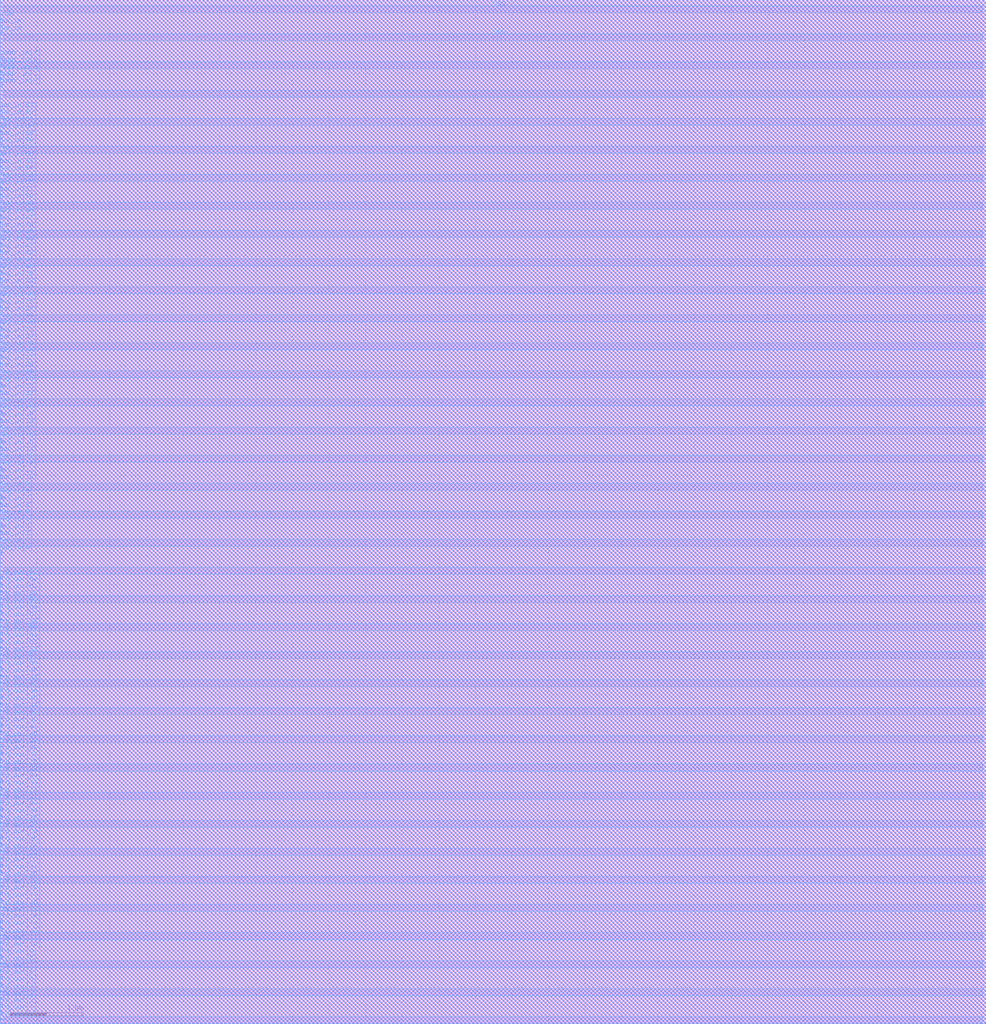
<source format=lef>
# Generated by FakeRAM 2.0
VERSION 5.7 ;
BUSBITCHARS "[]" ;
PROPERTYDEFINITIONS
  MACRO width INTEGER ;
  MACRO depth INTEGER ;
  MACRO banks INTEGER ;
END PROPERTYDEFINITIONS
MACRO sdq_17x64
  PROPERTY width 64 ;
  PROPERTY depth 17 ;
  PROPERTY banks 1 ;
  FOREIGN sdq_17x64 0 0 ;
  SYMMETRY X Y R90 ;
  SIZE 13.490 BY 14.000 ;
  CLASS BLOCK ;
  PIN rd_out[0]
    DIRECTION OUTPUT ;
    USE SIGNAL ;
    SHAPE ABUTMENT ;
    PORT
      LAYER M4 ;
      RECT 0.000 0.048 0.024 0.072 ;
    END
  END rd_out[0]
  PIN rd_out[1]
    DIRECTION OUTPUT ;
    USE SIGNAL ;
    SHAPE ABUTMENT ;
    PORT
      LAYER M4 ;
      RECT 0.000 0.144 0.024 0.168 ;
    END
  END rd_out[1]
  PIN rd_out[2]
    DIRECTION OUTPUT ;
    USE SIGNAL ;
    SHAPE ABUTMENT ;
    PORT
      LAYER M4 ;
      RECT 0.000 0.240 0.024 0.264 ;
    END
  END rd_out[2]
  PIN rd_out[3]
    DIRECTION OUTPUT ;
    USE SIGNAL ;
    SHAPE ABUTMENT ;
    PORT
      LAYER M4 ;
      RECT 0.000 0.336 0.024 0.360 ;
    END
  END rd_out[3]
  PIN rd_out[4]
    DIRECTION OUTPUT ;
    USE SIGNAL ;
    SHAPE ABUTMENT ;
    PORT
      LAYER M4 ;
      RECT 0.000 0.432 0.024 0.456 ;
    END
  END rd_out[4]
  PIN rd_out[5]
    DIRECTION OUTPUT ;
    USE SIGNAL ;
    SHAPE ABUTMENT ;
    PORT
      LAYER M4 ;
      RECT 0.000 0.528 0.024 0.552 ;
    END
  END rd_out[5]
  PIN rd_out[6]
    DIRECTION OUTPUT ;
    USE SIGNAL ;
    SHAPE ABUTMENT ;
    PORT
      LAYER M4 ;
      RECT 0.000 0.624 0.024 0.648 ;
    END
  END rd_out[6]
  PIN rd_out[7]
    DIRECTION OUTPUT ;
    USE SIGNAL ;
    SHAPE ABUTMENT ;
    PORT
      LAYER M4 ;
      RECT 0.000 0.720 0.024 0.744 ;
    END
  END rd_out[7]
  PIN rd_out[8]
    DIRECTION OUTPUT ;
    USE SIGNAL ;
    SHAPE ABUTMENT ;
    PORT
      LAYER M4 ;
      RECT 0.000 0.816 0.024 0.840 ;
    END
  END rd_out[8]
  PIN rd_out[9]
    DIRECTION OUTPUT ;
    USE SIGNAL ;
    SHAPE ABUTMENT ;
    PORT
      LAYER M4 ;
      RECT 0.000 0.912 0.024 0.936 ;
    END
  END rd_out[9]
  PIN rd_out[10]
    DIRECTION OUTPUT ;
    USE SIGNAL ;
    SHAPE ABUTMENT ;
    PORT
      LAYER M4 ;
      RECT 0.000 1.008 0.024 1.032 ;
    END
  END rd_out[10]
  PIN rd_out[11]
    DIRECTION OUTPUT ;
    USE SIGNAL ;
    SHAPE ABUTMENT ;
    PORT
      LAYER M4 ;
      RECT 0.000 1.104 0.024 1.128 ;
    END
  END rd_out[11]
  PIN rd_out[12]
    DIRECTION OUTPUT ;
    USE SIGNAL ;
    SHAPE ABUTMENT ;
    PORT
      LAYER M4 ;
      RECT 0.000 1.200 0.024 1.224 ;
    END
  END rd_out[12]
  PIN rd_out[13]
    DIRECTION OUTPUT ;
    USE SIGNAL ;
    SHAPE ABUTMENT ;
    PORT
      LAYER M4 ;
      RECT 0.000 1.296 0.024 1.320 ;
    END
  END rd_out[13]
  PIN rd_out[14]
    DIRECTION OUTPUT ;
    USE SIGNAL ;
    SHAPE ABUTMENT ;
    PORT
      LAYER M4 ;
      RECT 0.000 1.392 0.024 1.416 ;
    END
  END rd_out[14]
  PIN rd_out[15]
    DIRECTION OUTPUT ;
    USE SIGNAL ;
    SHAPE ABUTMENT ;
    PORT
      LAYER M4 ;
      RECT 0.000 1.488 0.024 1.512 ;
    END
  END rd_out[15]
  PIN rd_out[16]
    DIRECTION OUTPUT ;
    USE SIGNAL ;
    SHAPE ABUTMENT ;
    PORT
      LAYER M4 ;
      RECT 0.000 1.584 0.024 1.608 ;
    END
  END rd_out[16]
  PIN rd_out[17]
    DIRECTION OUTPUT ;
    USE SIGNAL ;
    SHAPE ABUTMENT ;
    PORT
      LAYER M4 ;
      RECT 0.000 1.680 0.024 1.704 ;
    END
  END rd_out[17]
  PIN rd_out[18]
    DIRECTION OUTPUT ;
    USE SIGNAL ;
    SHAPE ABUTMENT ;
    PORT
      LAYER M4 ;
      RECT 0.000 1.776 0.024 1.800 ;
    END
  END rd_out[18]
  PIN rd_out[19]
    DIRECTION OUTPUT ;
    USE SIGNAL ;
    SHAPE ABUTMENT ;
    PORT
      LAYER M4 ;
      RECT 0.000 1.872 0.024 1.896 ;
    END
  END rd_out[19]
  PIN rd_out[20]
    DIRECTION OUTPUT ;
    USE SIGNAL ;
    SHAPE ABUTMENT ;
    PORT
      LAYER M4 ;
      RECT 0.000 1.968 0.024 1.992 ;
    END
  END rd_out[20]
  PIN rd_out[21]
    DIRECTION OUTPUT ;
    USE SIGNAL ;
    SHAPE ABUTMENT ;
    PORT
      LAYER M4 ;
      RECT 0.000 2.064 0.024 2.088 ;
    END
  END rd_out[21]
  PIN rd_out[22]
    DIRECTION OUTPUT ;
    USE SIGNAL ;
    SHAPE ABUTMENT ;
    PORT
      LAYER M4 ;
      RECT 0.000 2.160 0.024 2.184 ;
    END
  END rd_out[22]
  PIN rd_out[23]
    DIRECTION OUTPUT ;
    USE SIGNAL ;
    SHAPE ABUTMENT ;
    PORT
      LAYER M4 ;
      RECT 0.000 2.256 0.024 2.280 ;
    END
  END rd_out[23]
  PIN rd_out[24]
    DIRECTION OUTPUT ;
    USE SIGNAL ;
    SHAPE ABUTMENT ;
    PORT
      LAYER M4 ;
      RECT 0.000 2.352 0.024 2.376 ;
    END
  END rd_out[24]
  PIN rd_out[25]
    DIRECTION OUTPUT ;
    USE SIGNAL ;
    SHAPE ABUTMENT ;
    PORT
      LAYER M4 ;
      RECT 0.000 2.448 0.024 2.472 ;
    END
  END rd_out[25]
  PIN rd_out[26]
    DIRECTION OUTPUT ;
    USE SIGNAL ;
    SHAPE ABUTMENT ;
    PORT
      LAYER M4 ;
      RECT 0.000 2.544 0.024 2.568 ;
    END
  END rd_out[26]
  PIN rd_out[27]
    DIRECTION OUTPUT ;
    USE SIGNAL ;
    SHAPE ABUTMENT ;
    PORT
      LAYER M4 ;
      RECT 0.000 2.640 0.024 2.664 ;
    END
  END rd_out[27]
  PIN rd_out[28]
    DIRECTION OUTPUT ;
    USE SIGNAL ;
    SHAPE ABUTMENT ;
    PORT
      LAYER M4 ;
      RECT 0.000 2.736 0.024 2.760 ;
    END
  END rd_out[28]
  PIN rd_out[29]
    DIRECTION OUTPUT ;
    USE SIGNAL ;
    SHAPE ABUTMENT ;
    PORT
      LAYER M4 ;
      RECT 0.000 2.832 0.024 2.856 ;
    END
  END rd_out[29]
  PIN rd_out[30]
    DIRECTION OUTPUT ;
    USE SIGNAL ;
    SHAPE ABUTMENT ;
    PORT
      LAYER M4 ;
      RECT 0.000 2.928 0.024 2.952 ;
    END
  END rd_out[30]
  PIN rd_out[31]
    DIRECTION OUTPUT ;
    USE SIGNAL ;
    SHAPE ABUTMENT ;
    PORT
      LAYER M4 ;
      RECT 0.000 3.024 0.024 3.048 ;
    END
  END rd_out[31]
  PIN rd_out[32]
    DIRECTION OUTPUT ;
    USE SIGNAL ;
    SHAPE ABUTMENT ;
    PORT
      LAYER M4 ;
      RECT 0.000 3.120 0.024 3.144 ;
    END
  END rd_out[32]
  PIN rd_out[33]
    DIRECTION OUTPUT ;
    USE SIGNAL ;
    SHAPE ABUTMENT ;
    PORT
      LAYER M4 ;
      RECT 0.000 3.216 0.024 3.240 ;
    END
  END rd_out[33]
  PIN rd_out[34]
    DIRECTION OUTPUT ;
    USE SIGNAL ;
    SHAPE ABUTMENT ;
    PORT
      LAYER M4 ;
      RECT 0.000 3.312 0.024 3.336 ;
    END
  END rd_out[34]
  PIN rd_out[35]
    DIRECTION OUTPUT ;
    USE SIGNAL ;
    SHAPE ABUTMENT ;
    PORT
      LAYER M4 ;
      RECT 0.000 3.408 0.024 3.432 ;
    END
  END rd_out[35]
  PIN rd_out[36]
    DIRECTION OUTPUT ;
    USE SIGNAL ;
    SHAPE ABUTMENT ;
    PORT
      LAYER M4 ;
      RECT 0.000 3.504 0.024 3.528 ;
    END
  END rd_out[36]
  PIN rd_out[37]
    DIRECTION OUTPUT ;
    USE SIGNAL ;
    SHAPE ABUTMENT ;
    PORT
      LAYER M4 ;
      RECT 0.000 3.600 0.024 3.624 ;
    END
  END rd_out[37]
  PIN rd_out[38]
    DIRECTION OUTPUT ;
    USE SIGNAL ;
    SHAPE ABUTMENT ;
    PORT
      LAYER M4 ;
      RECT 0.000 3.696 0.024 3.720 ;
    END
  END rd_out[38]
  PIN rd_out[39]
    DIRECTION OUTPUT ;
    USE SIGNAL ;
    SHAPE ABUTMENT ;
    PORT
      LAYER M4 ;
      RECT 0.000 3.792 0.024 3.816 ;
    END
  END rd_out[39]
  PIN rd_out[40]
    DIRECTION OUTPUT ;
    USE SIGNAL ;
    SHAPE ABUTMENT ;
    PORT
      LAYER M4 ;
      RECT 0.000 3.888 0.024 3.912 ;
    END
  END rd_out[40]
  PIN rd_out[41]
    DIRECTION OUTPUT ;
    USE SIGNAL ;
    SHAPE ABUTMENT ;
    PORT
      LAYER M4 ;
      RECT 0.000 3.984 0.024 4.008 ;
    END
  END rd_out[41]
  PIN rd_out[42]
    DIRECTION OUTPUT ;
    USE SIGNAL ;
    SHAPE ABUTMENT ;
    PORT
      LAYER M4 ;
      RECT 0.000 4.080 0.024 4.104 ;
    END
  END rd_out[42]
  PIN rd_out[43]
    DIRECTION OUTPUT ;
    USE SIGNAL ;
    SHAPE ABUTMENT ;
    PORT
      LAYER M4 ;
      RECT 0.000 4.176 0.024 4.200 ;
    END
  END rd_out[43]
  PIN rd_out[44]
    DIRECTION OUTPUT ;
    USE SIGNAL ;
    SHAPE ABUTMENT ;
    PORT
      LAYER M4 ;
      RECT 0.000 4.272 0.024 4.296 ;
    END
  END rd_out[44]
  PIN rd_out[45]
    DIRECTION OUTPUT ;
    USE SIGNAL ;
    SHAPE ABUTMENT ;
    PORT
      LAYER M4 ;
      RECT 0.000 4.368 0.024 4.392 ;
    END
  END rd_out[45]
  PIN rd_out[46]
    DIRECTION OUTPUT ;
    USE SIGNAL ;
    SHAPE ABUTMENT ;
    PORT
      LAYER M4 ;
      RECT 0.000 4.464 0.024 4.488 ;
    END
  END rd_out[46]
  PIN rd_out[47]
    DIRECTION OUTPUT ;
    USE SIGNAL ;
    SHAPE ABUTMENT ;
    PORT
      LAYER M4 ;
      RECT 0.000 4.560 0.024 4.584 ;
    END
  END rd_out[47]
  PIN rd_out[48]
    DIRECTION OUTPUT ;
    USE SIGNAL ;
    SHAPE ABUTMENT ;
    PORT
      LAYER M4 ;
      RECT 0.000 4.656 0.024 4.680 ;
    END
  END rd_out[48]
  PIN rd_out[49]
    DIRECTION OUTPUT ;
    USE SIGNAL ;
    SHAPE ABUTMENT ;
    PORT
      LAYER M4 ;
      RECT 0.000 4.752 0.024 4.776 ;
    END
  END rd_out[49]
  PIN rd_out[50]
    DIRECTION OUTPUT ;
    USE SIGNAL ;
    SHAPE ABUTMENT ;
    PORT
      LAYER M4 ;
      RECT 0.000 4.848 0.024 4.872 ;
    END
  END rd_out[50]
  PIN rd_out[51]
    DIRECTION OUTPUT ;
    USE SIGNAL ;
    SHAPE ABUTMENT ;
    PORT
      LAYER M4 ;
      RECT 0.000 4.944 0.024 4.968 ;
    END
  END rd_out[51]
  PIN rd_out[52]
    DIRECTION OUTPUT ;
    USE SIGNAL ;
    SHAPE ABUTMENT ;
    PORT
      LAYER M4 ;
      RECT 0.000 5.040 0.024 5.064 ;
    END
  END rd_out[52]
  PIN rd_out[53]
    DIRECTION OUTPUT ;
    USE SIGNAL ;
    SHAPE ABUTMENT ;
    PORT
      LAYER M4 ;
      RECT 0.000 5.136 0.024 5.160 ;
    END
  END rd_out[53]
  PIN rd_out[54]
    DIRECTION OUTPUT ;
    USE SIGNAL ;
    SHAPE ABUTMENT ;
    PORT
      LAYER M4 ;
      RECT 0.000 5.232 0.024 5.256 ;
    END
  END rd_out[54]
  PIN rd_out[55]
    DIRECTION OUTPUT ;
    USE SIGNAL ;
    SHAPE ABUTMENT ;
    PORT
      LAYER M4 ;
      RECT 0.000 5.328 0.024 5.352 ;
    END
  END rd_out[55]
  PIN rd_out[56]
    DIRECTION OUTPUT ;
    USE SIGNAL ;
    SHAPE ABUTMENT ;
    PORT
      LAYER M4 ;
      RECT 0.000 5.424 0.024 5.448 ;
    END
  END rd_out[56]
  PIN rd_out[57]
    DIRECTION OUTPUT ;
    USE SIGNAL ;
    SHAPE ABUTMENT ;
    PORT
      LAYER M4 ;
      RECT 0.000 5.520 0.024 5.544 ;
    END
  END rd_out[57]
  PIN rd_out[58]
    DIRECTION OUTPUT ;
    USE SIGNAL ;
    SHAPE ABUTMENT ;
    PORT
      LAYER M4 ;
      RECT 0.000 5.616 0.024 5.640 ;
    END
  END rd_out[58]
  PIN rd_out[59]
    DIRECTION OUTPUT ;
    USE SIGNAL ;
    SHAPE ABUTMENT ;
    PORT
      LAYER M4 ;
      RECT 0.000 5.712 0.024 5.736 ;
    END
  END rd_out[59]
  PIN rd_out[60]
    DIRECTION OUTPUT ;
    USE SIGNAL ;
    SHAPE ABUTMENT ;
    PORT
      LAYER M4 ;
      RECT 0.000 5.808 0.024 5.832 ;
    END
  END rd_out[60]
  PIN rd_out[61]
    DIRECTION OUTPUT ;
    USE SIGNAL ;
    SHAPE ABUTMENT ;
    PORT
      LAYER M4 ;
      RECT 0.000 5.904 0.024 5.928 ;
    END
  END rd_out[61]
  PIN rd_out[62]
    DIRECTION OUTPUT ;
    USE SIGNAL ;
    SHAPE ABUTMENT ;
    PORT
      LAYER M4 ;
      RECT 0.000 6.000 0.024 6.024 ;
    END
  END rd_out[62]
  PIN rd_out[63]
    DIRECTION OUTPUT ;
    USE SIGNAL ;
    SHAPE ABUTMENT ;
    PORT
      LAYER M4 ;
      RECT 0.000 6.096 0.024 6.120 ;
    END
  END rd_out[63]
  PIN wd_in[0]
    DIRECTION INPUT ;
    USE SIGNAL ;
    SHAPE ABUTMENT ;
    PORT
      LAYER M4 ;
      RECT 0.000 6.432 0.024 6.456 ;
    END
  END wd_in[0]
  PIN wd_in[1]
    DIRECTION INPUT ;
    USE SIGNAL ;
    SHAPE ABUTMENT ;
    PORT
      LAYER M4 ;
      RECT 0.000 6.528 0.024 6.552 ;
    END
  END wd_in[1]
  PIN wd_in[2]
    DIRECTION INPUT ;
    USE SIGNAL ;
    SHAPE ABUTMENT ;
    PORT
      LAYER M4 ;
      RECT 0.000 6.624 0.024 6.648 ;
    END
  END wd_in[2]
  PIN wd_in[3]
    DIRECTION INPUT ;
    USE SIGNAL ;
    SHAPE ABUTMENT ;
    PORT
      LAYER M4 ;
      RECT 0.000 6.720 0.024 6.744 ;
    END
  END wd_in[3]
  PIN wd_in[4]
    DIRECTION INPUT ;
    USE SIGNAL ;
    SHAPE ABUTMENT ;
    PORT
      LAYER M4 ;
      RECT 0.000 6.816 0.024 6.840 ;
    END
  END wd_in[4]
  PIN wd_in[5]
    DIRECTION INPUT ;
    USE SIGNAL ;
    SHAPE ABUTMENT ;
    PORT
      LAYER M4 ;
      RECT 0.000 6.912 0.024 6.936 ;
    END
  END wd_in[5]
  PIN wd_in[6]
    DIRECTION INPUT ;
    USE SIGNAL ;
    SHAPE ABUTMENT ;
    PORT
      LAYER M4 ;
      RECT 0.000 7.008 0.024 7.032 ;
    END
  END wd_in[6]
  PIN wd_in[7]
    DIRECTION INPUT ;
    USE SIGNAL ;
    SHAPE ABUTMENT ;
    PORT
      LAYER M4 ;
      RECT 0.000 7.104 0.024 7.128 ;
    END
  END wd_in[7]
  PIN wd_in[8]
    DIRECTION INPUT ;
    USE SIGNAL ;
    SHAPE ABUTMENT ;
    PORT
      LAYER M4 ;
      RECT 0.000 7.200 0.024 7.224 ;
    END
  END wd_in[8]
  PIN wd_in[9]
    DIRECTION INPUT ;
    USE SIGNAL ;
    SHAPE ABUTMENT ;
    PORT
      LAYER M4 ;
      RECT 0.000 7.296 0.024 7.320 ;
    END
  END wd_in[9]
  PIN wd_in[10]
    DIRECTION INPUT ;
    USE SIGNAL ;
    SHAPE ABUTMENT ;
    PORT
      LAYER M4 ;
      RECT 0.000 7.392 0.024 7.416 ;
    END
  END wd_in[10]
  PIN wd_in[11]
    DIRECTION INPUT ;
    USE SIGNAL ;
    SHAPE ABUTMENT ;
    PORT
      LAYER M4 ;
      RECT 0.000 7.488 0.024 7.512 ;
    END
  END wd_in[11]
  PIN wd_in[12]
    DIRECTION INPUT ;
    USE SIGNAL ;
    SHAPE ABUTMENT ;
    PORT
      LAYER M4 ;
      RECT 0.000 7.584 0.024 7.608 ;
    END
  END wd_in[12]
  PIN wd_in[13]
    DIRECTION INPUT ;
    USE SIGNAL ;
    SHAPE ABUTMENT ;
    PORT
      LAYER M4 ;
      RECT 0.000 7.680 0.024 7.704 ;
    END
  END wd_in[13]
  PIN wd_in[14]
    DIRECTION INPUT ;
    USE SIGNAL ;
    SHAPE ABUTMENT ;
    PORT
      LAYER M4 ;
      RECT 0.000 7.776 0.024 7.800 ;
    END
  END wd_in[14]
  PIN wd_in[15]
    DIRECTION INPUT ;
    USE SIGNAL ;
    SHAPE ABUTMENT ;
    PORT
      LAYER M4 ;
      RECT 0.000 7.872 0.024 7.896 ;
    END
  END wd_in[15]
  PIN wd_in[16]
    DIRECTION INPUT ;
    USE SIGNAL ;
    SHAPE ABUTMENT ;
    PORT
      LAYER M4 ;
      RECT 0.000 7.968 0.024 7.992 ;
    END
  END wd_in[16]
  PIN wd_in[17]
    DIRECTION INPUT ;
    USE SIGNAL ;
    SHAPE ABUTMENT ;
    PORT
      LAYER M4 ;
      RECT 0.000 8.064 0.024 8.088 ;
    END
  END wd_in[17]
  PIN wd_in[18]
    DIRECTION INPUT ;
    USE SIGNAL ;
    SHAPE ABUTMENT ;
    PORT
      LAYER M4 ;
      RECT 0.000 8.160 0.024 8.184 ;
    END
  END wd_in[18]
  PIN wd_in[19]
    DIRECTION INPUT ;
    USE SIGNAL ;
    SHAPE ABUTMENT ;
    PORT
      LAYER M4 ;
      RECT 0.000 8.256 0.024 8.280 ;
    END
  END wd_in[19]
  PIN wd_in[20]
    DIRECTION INPUT ;
    USE SIGNAL ;
    SHAPE ABUTMENT ;
    PORT
      LAYER M4 ;
      RECT 0.000 8.352 0.024 8.376 ;
    END
  END wd_in[20]
  PIN wd_in[21]
    DIRECTION INPUT ;
    USE SIGNAL ;
    SHAPE ABUTMENT ;
    PORT
      LAYER M4 ;
      RECT 0.000 8.448 0.024 8.472 ;
    END
  END wd_in[21]
  PIN wd_in[22]
    DIRECTION INPUT ;
    USE SIGNAL ;
    SHAPE ABUTMENT ;
    PORT
      LAYER M4 ;
      RECT 0.000 8.544 0.024 8.568 ;
    END
  END wd_in[22]
  PIN wd_in[23]
    DIRECTION INPUT ;
    USE SIGNAL ;
    SHAPE ABUTMENT ;
    PORT
      LAYER M4 ;
      RECT 0.000 8.640 0.024 8.664 ;
    END
  END wd_in[23]
  PIN wd_in[24]
    DIRECTION INPUT ;
    USE SIGNAL ;
    SHAPE ABUTMENT ;
    PORT
      LAYER M4 ;
      RECT 0.000 8.736 0.024 8.760 ;
    END
  END wd_in[24]
  PIN wd_in[25]
    DIRECTION INPUT ;
    USE SIGNAL ;
    SHAPE ABUTMENT ;
    PORT
      LAYER M4 ;
      RECT 0.000 8.832 0.024 8.856 ;
    END
  END wd_in[25]
  PIN wd_in[26]
    DIRECTION INPUT ;
    USE SIGNAL ;
    SHAPE ABUTMENT ;
    PORT
      LAYER M4 ;
      RECT 0.000 8.928 0.024 8.952 ;
    END
  END wd_in[26]
  PIN wd_in[27]
    DIRECTION INPUT ;
    USE SIGNAL ;
    SHAPE ABUTMENT ;
    PORT
      LAYER M4 ;
      RECT 0.000 9.024 0.024 9.048 ;
    END
  END wd_in[27]
  PIN wd_in[28]
    DIRECTION INPUT ;
    USE SIGNAL ;
    SHAPE ABUTMENT ;
    PORT
      LAYER M4 ;
      RECT 0.000 9.120 0.024 9.144 ;
    END
  END wd_in[28]
  PIN wd_in[29]
    DIRECTION INPUT ;
    USE SIGNAL ;
    SHAPE ABUTMENT ;
    PORT
      LAYER M4 ;
      RECT 0.000 9.216 0.024 9.240 ;
    END
  END wd_in[29]
  PIN wd_in[30]
    DIRECTION INPUT ;
    USE SIGNAL ;
    SHAPE ABUTMENT ;
    PORT
      LAYER M4 ;
      RECT 0.000 9.312 0.024 9.336 ;
    END
  END wd_in[30]
  PIN wd_in[31]
    DIRECTION INPUT ;
    USE SIGNAL ;
    SHAPE ABUTMENT ;
    PORT
      LAYER M4 ;
      RECT 0.000 9.408 0.024 9.432 ;
    END
  END wd_in[31]
  PIN wd_in[32]
    DIRECTION INPUT ;
    USE SIGNAL ;
    SHAPE ABUTMENT ;
    PORT
      LAYER M4 ;
      RECT 0.000 9.504 0.024 9.528 ;
    END
  END wd_in[32]
  PIN wd_in[33]
    DIRECTION INPUT ;
    USE SIGNAL ;
    SHAPE ABUTMENT ;
    PORT
      LAYER M4 ;
      RECT 0.000 9.600 0.024 9.624 ;
    END
  END wd_in[33]
  PIN wd_in[34]
    DIRECTION INPUT ;
    USE SIGNAL ;
    SHAPE ABUTMENT ;
    PORT
      LAYER M4 ;
      RECT 0.000 9.696 0.024 9.720 ;
    END
  END wd_in[34]
  PIN wd_in[35]
    DIRECTION INPUT ;
    USE SIGNAL ;
    SHAPE ABUTMENT ;
    PORT
      LAYER M4 ;
      RECT 0.000 9.792 0.024 9.816 ;
    END
  END wd_in[35]
  PIN wd_in[36]
    DIRECTION INPUT ;
    USE SIGNAL ;
    SHAPE ABUTMENT ;
    PORT
      LAYER M4 ;
      RECT 0.000 9.888 0.024 9.912 ;
    END
  END wd_in[36]
  PIN wd_in[37]
    DIRECTION INPUT ;
    USE SIGNAL ;
    SHAPE ABUTMENT ;
    PORT
      LAYER M4 ;
      RECT 0.000 9.984 0.024 10.008 ;
    END
  END wd_in[37]
  PIN wd_in[38]
    DIRECTION INPUT ;
    USE SIGNAL ;
    SHAPE ABUTMENT ;
    PORT
      LAYER M4 ;
      RECT 0.000 10.080 0.024 10.104 ;
    END
  END wd_in[38]
  PIN wd_in[39]
    DIRECTION INPUT ;
    USE SIGNAL ;
    SHAPE ABUTMENT ;
    PORT
      LAYER M4 ;
      RECT 0.000 10.176 0.024 10.200 ;
    END
  END wd_in[39]
  PIN wd_in[40]
    DIRECTION INPUT ;
    USE SIGNAL ;
    SHAPE ABUTMENT ;
    PORT
      LAYER M4 ;
      RECT 0.000 10.272 0.024 10.296 ;
    END
  END wd_in[40]
  PIN wd_in[41]
    DIRECTION INPUT ;
    USE SIGNAL ;
    SHAPE ABUTMENT ;
    PORT
      LAYER M4 ;
      RECT 0.000 10.368 0.024 10.392 ;
    END
  END wd_in[41]
  PIN wd_in[42]
    DIRECTION INPUT ;
    USE SIGNAL ;
    SHAPE ABUTMENT ;
    PORT
      LAYER M4 ;
      RECT 0.000 10.464 0.024 10.488 ;
    END
  END wd_in[42]
  PIN wd_in[43]
    DIRECTION INPUT ;
    USE SIGNAL ;
    SHAPE ABUTMENT ;
    PORT
      LAYER M4 ;
      RECT 0.000 10.560 0.024 10.584 ;
    END
  END wd_in[43]
  PIN wd_in[44]
    DIRECTION INPUT ;
    USE SIGNAL ;
    SHAPE ABUTMENT ;
    PORT
      LAYER M4 ;
      RECT 0.000 10.656 0.024 10.680 ;
    END
  END wd_in[44]
  PIN wd_in[45]
    DIRECTION INPUT ;
    USE SIGNAL ;
    SHAPE ABUTMENT ;
    PORT
      LAYER M4 ;
      RECT 0.000 10.752 0.024 10.776 ;
    END
  END wd_in[45]
  PIN wd_in[46]
    DIRECTION INPUT ;
    USE SIGNAL ;
    SHAPE ABUTMENT ;
    PORT
      LAYER M4 ;
      RECT 0.000 10.848 0.024 10.872 ;
    END
  END wd_in[46]
  PIN wd_in[47]
    DIRECTION INPUT ;
    USE SIGNAL ;
    SHAPE ABUTMENT ;
    PORT
      LAYER M4 ;
      RECT 0.000 10.944 0.024 10.968 ;
    END
  END wd_in[47]
  PIN wd_in[48]
    DIRECTION INPUT ;
    USE SIGNAL ;
    SHAPE ABUTMENT ;
    PORT
      LAYER M4 ;
      RECT 0.000 11.040 0.024 11.064 ;
    END
  END wd_in[48]
  PIN wd_in[49]
    DIRECTION INPUT ;
    USE SIGNAL ;
    SHAPE ABUTMENT ;
    PORT
      LAYER M4 ;
      RECT 0.000 11.136 0.024 11.160 ;
    END
  END wd_in[49]
  PIN wd_in[50]
    DIRECTION INPUT ;
    USE SIGNAL ;
    SHAPE ABUTMENT ;
    PORT
      LAYER M4 ;
      RECT 0.000 11.232 0.024 11.256 ;
    END
  END wd_in[50]
  PIN wd_in[51]
    DIRECTION INPUT ;
    USE SIGNAL ;
    SHAPE ABUTMENT ;
    PORT
      LAYER M4 ;
      RECT 0.000 11.328 0.024 11.352 ;
    END
  END wd_in[51]
  PIN wd_in[52]
    DIRECTION INPUT ;
    USE SIGNAL ;
    SHAPE ABUTMENT ;
    PORT
      LAYER M4 ;
      RECT 0.000 11.424 0.024 11.448 ;
    END
  END wd_in[52]
  PIN wd_in[53]
    DIRECTION INPUT ;
    USE SIGNAL ;
    SHAPE ABUTMENT ;
    PORT
      LAYER M4 ;
      RECT 0.000 11.520 0.024 11.544 ;
    END
  END wd_in[53]
  PIN wd_in[54]
    DIRECTION INPUT ;
    USE SIGNAL ;
    SHAPE ABUTMENT ;
    PORT
      LAYER M4 ;
      RECT 0.000 11.616 0.024 11.640 ;
    END
  END wd_in[54]
  PIN wd_in[55]
    DIRECTION INPUT ;
    USE SIGNAL ;
    SHAPE ABUTMENT ;
    PORT
      LAYER M4 ;
      RECT 0.000 11.712 0.024 11.736 ;
    END
  END wd_in[55]
  PIN wd_in[56]
    DIRECTION INPUT ;
    USE SIGNAL ;
    SHAPE ABUTMENT ;
    PORT
      LAYER M4 ;
      RECT 0.000 11.808 0.024 11.832 ;
    END
  END wd_in[56]
  PIN wd_in[57]
    DIRECTION INPUT ;
    USE SIGNAL ;
    SHAPE ABUTMENT ;
    PORT
      LAYER M4 ;
      RECT 0.000 11.904 0.024 11.928 ;
    END
  END wd_in[57]
  PIN wd_in[58]
    DIRECTION INPUT ;
    USE SIGNAL ;
    SHAPE ABUTMENT ;
    PORT
      LAYER M4 ;
      RECT 0.000 12.000 0.024 12.024 ;
    END
  END wd_in[58]
  PIN wd_in[59]
    DIRECTION INPUT ;
    USE SIGNAL ;
    SHAPE ABUTMENT ;
    PORT
      LAYER M4 ;
      RECT 0.000 12.096 0.024 12.120 ;
    END
  END wd_in[59]
  PIN wd_in[60]
    DIRECTION INPUT ;
    USE SIGNAL ;
    SHAPE ABUTMENT ;
    PORT
      LAYER M4 ;
      RECT 0.000 12.192 0.024 12.216 ;
    END
  END wd_in[60]
  PIN wd_in[61]
    DIRECTION INPUT ;
    USE SIGNAL ;
    SHAPE ABUTMENT ;
    PORT
      LAYER M4 ;
      RECT 0.000 12.288 0.024 12.312 ;
    END
  END wd_in[61]
  PIN wd_in[62]
    DIRECTION INPUT ;
    USE SIGNAL ;
    SHAPE ABUTMENT ;
    PORT
      LAYER M4 ;
      RECT 0.000 12.384 0.024 12.408 ;
    END
  END wd_in[62]
  PIN wd_in[63]
    DIRECTION INPUT ;
    USE SIGNAL ;
    SHAPE ABUTMENT ;
    PORT
      LAYER M4 ;
      RECT 0.000 12.480 0.024 12.504 ;
    END
  END wd_in[63]
  PIN addr_in[0]
    DIRECTION INPUT ;
    USE SIGNAL ;
    SHAPE ABUTMENT ;
    PORT
      LAYER M4 ;
      RECT 0.000 12.816 0.024 12.840 ;
    END
  END addr_in[0]
  PIN addr_in[1]
    DIRECTION INPUT ;
    USE SIGNAL ;
    SHAPE ABUTMENT ;
    PORT
      LAYER M4 ;
      RECT 0.000 12.912 0.024 12.936 ;
    END
  END addr_in[1]
  PIN addr_in[2]
    DIRECTION INPUT ;
    USE SIGNAL ;
    SHAPE ABUTMENT ;
    PORT
      LAYER M4 ;
      RECT 0.000 13.008 0.024 13.032 ;
    END
  END addr_in[2]
  PIN addr_in[3]
    DIRECTION INPUT ;
    USE SIGNAL ;
    SHAPE ABUTMENT ;
    PORT
      LAYER M4 ;
      RECT 0.000 13.104 0.024 13.128 ;
    END
  END addr_in[3]
  PIN addr_in[4]
    DIRECTION INPUT ;
    USE SIGNAL ;
    SHAPE ABUTMENT ;
    PORT
      LAYER M4 ;
      RECT 0.000 13.200 0.024 13.224 ;
    END
  END addr_in[4]
  PIN we_in
    DIRECTION INPUT ;
    USE SIGNAL ;
    SHAPE ABUTMENT ;
    PORT
      LAYER M4 ;
      RECT 0.000 13.536 0.024 13.560 ;
    END
  END we_in
  PIN ce_in
    DIRECTION INPUT ;
    USE SIGNAL ;
    SHAPE ABUTMENT ;
    PORT
      LAYER M4 ;
      RECT 0.000 13.632 0.024 13.656 ;
    END
  END ce_in
  PIN clk
    DIRECTION INPUT ;
    USE SIGNAL ;
    SHAPE ABUTMENT ;
    PORT
      LAYER M4 ;
      RECT 0.000 13.728 0.024 13.752 ;
    END
  END clk
  PIN VSS
    DIRECTION INOUT ;
    USE GROUND ;
    PORT
      LAYER M4 ;
      RECT 0.048 0.000 13.442 0.096 ;
      RECT 0.048 0.768 13.442 0.864 ;
      RECT 0.048 1.536 13.442 1.632 ;
      RECT 0.048 2.304 13.442 2.400 ;
      RECT 0.048 3.072 13.442 3.168 ;
      RECT 0.048 3.840 13.442 3.936 ;
      RECT 0.048 4.608 13.442 4.704 ;
      RECT 0.048 5.376 13.442 5.472 ;
      RECT 0.048 6.144 13.442 6.240 ;
      RECT 0.048 6.912 13.442 7.008 ;
      RECT 0.048 7.680 13.442 7.776 ;
      RECT 0.048 8.448 13.442 8.544 ;
      RECT 0.048 9.216 13.442 9.312 ;
      RECT 0.048 9.984 13.442 10.080 ;
      RECT 0.048 10.752 13.442 10.848 ;
      RECT 0.048 11.520 13.442 11.616 ;
      RECT 0.048 12.288 13.442 12.384 ;
      RECT 0.048 13.056 13.442 13.152 ;
      RECT 0.048 13.824 13.442 13.920 ;
    END
  END VSS
  PIN VDD
    DIRECTION INOUT ;
    USE POWER ;
    PORT
      LAYER M4 ;
      RECT 0.048 0.384 13.442 0.480 ;
      RECT 0.048 1.152 13.442 1.248 ;
      RECT 0.048 1.920 13.442 2.016 ;
      RECT 0.048 2.688 13.442 2.784 ;
      RECT 0.048 3.456 13.442 3.552 ;
      RECT 0.048 4.224 13.442 4.320 ;
      RECT 0.048 4.992 13.442 5.088 ;
      RECT 0.048 5.760 13.442 5.856 ;
      RECT 0.048 6.528 13.442 6.624 ;
      RECT 0.048 7.296 13.442 7.392 ;
      RECT 0.048 8.064 13.442 8.160 ;
      RECT 0.048 8.832 13.442 8.928 ;
      RECT 0.048 9.600 13.442 9.696 ;
      RECT 0.048 10.368 13.442 10.464 ;
      RECT 0.048 11.136 13.442 11.232 ;
      RECT 0.048 11.904 13.442 12.000 ;
      RECT 0.048 12.672 13.442 12.768 ;
      RECT 0.048 13.440 13.442 13.536 ;
    END
  END VDD
  OBS
    LAYER M1 ;
    RECT 0 0 13.490 14.000 ;
    LAYER M2 ;
    RECT 0 0 13.490 14.000 ;
    LAYER M3 ;
    RECT 0 0 13.490 14.000 ;
    LAYER M4 ;
    RECT 0 0 13.490 14.000 ;
  END
END sdq_17x64

END LIBRARY

</source>
